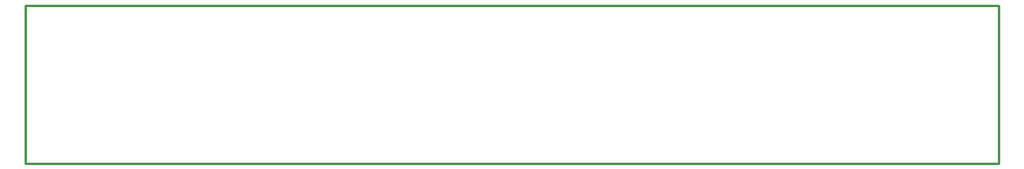
<source format=gko>
G04 Layer: BoardOutlineLayer*
G04 EasyEDA v6.5.9, 2023-12-18 21:36:12*
G04 Gerber Generator version 0.2*
G04 Scale: 100 percent, Rotated: No, Reflected: No *
G04 Dimensions in millimeters *
G04 leading zeros omitted , absolute positions ,4 integer and 5 decimal *
%FSLAX45Y45*%
%MOMM*%

%ADD10C,0.2540*%
D10*
X849998Y5349989D02*
G01*
X849998Y3649992D01*
X11249977Y3649992D01*
X11249977Y5349989D01*
X849998Y5349989D01*

%LPD*%
M02*

</source>
